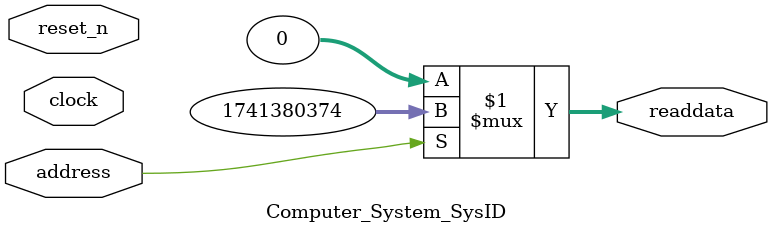
<source format=v>



// synthesis translate_off
`timescale 1ns / 1ps
// synthesis translate_on

// turn off superfluous verilog processor warnings 
// altera message_level Level1 
// altera message_off 10034 10035 10036 10037 10230 10240 10030 

module Computer_System_SysID (
               // inputs:
                address,
                clock,
                reset_n,

               // outputs:
                readdata
             )
;

  output  [ 31: 0] readdata;
  input            address;
  input            clock;
  input            reset_n;

  wire    [ 31: 0] readdata;
  //control_slave, which is an e_avalon_slave
  assign readdata = address ? 1741380374 : 0;

endmodule



</source>
